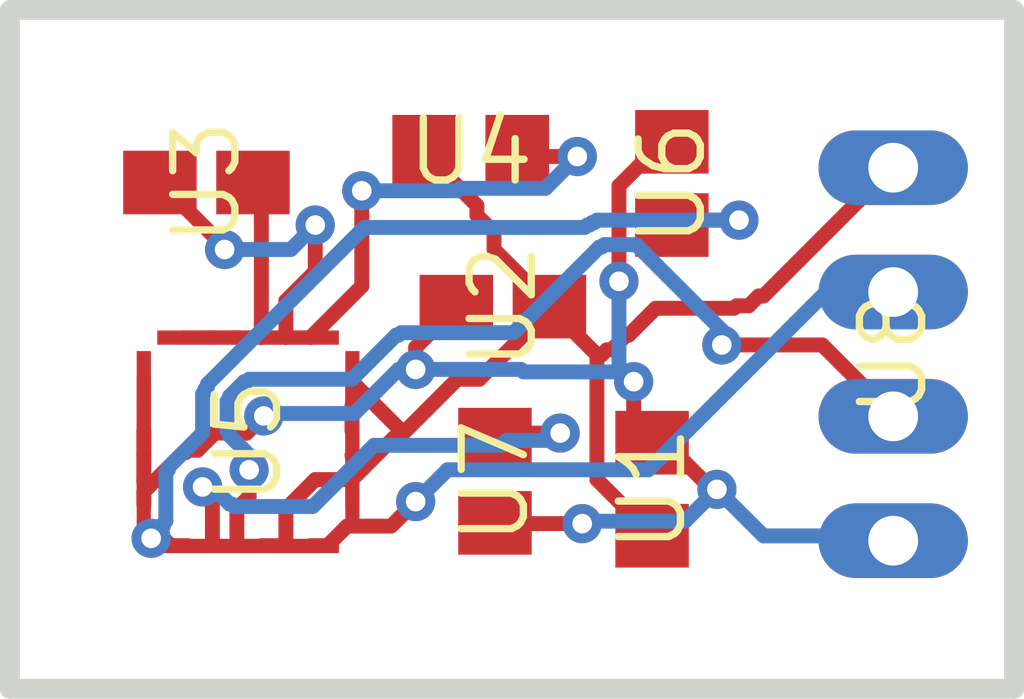
<source format=kicad_pcb>
 ( kicad_pcb  ( version 20171130 )
 ( host pcbnew "(5.1.4)-1" )
 ( general  ( thickness 1.6 )
 ( drawings 4 )
 ( tracks 89 )
 ( zones 0 )
 ( modules 8 )
 ( nets 16 )
)
 ( page A4 )
 ( layers  ( 0 Top signal )
 ( 31 Bottom signal )
 ( 32 B.Adhes user )
 ( 33 F.Adhes user )
 ( 34 B.Paste user )
 ( 35 F.Paste user )
 ( 36 B.SilkS user )
 ( 37 F.SilkS user )
 ( 38 B.Mask user )
 ( 39 F.Mask user )
 ( 40 Dwgs.User user )
 ( 41 Cmts.User user )
 ( 42 Eco1.User user )
 ( 43 Eco2.User user )
 ( 44 Edge.Cuts user )
 ( 45 Margin user )
 ( 46 B.CrtYd user )
 ( 47 F.CrtYd user )
 ( 48 B.Fab user )
 ( 49 F.Fab user )
)
 ( setup  ( last_trace_width 0.3048 )
 ( trace_clearance 0.1524 )
 ( zone_clearance 0.508 )
 ( zone_45_only no )
 ( trace_min 0.2 )
 ( via_size 0.8 )
 ( via_drill 0.4 )
 ( via_min_size 0.4 )
 ( via_min_drill 0.3 )
 ( uvia_size 0.3 )
 ( uvia_drill 0.1 )
 ( uvias_allowed no )
 ( uvia_min_size 0.2 )
 ( uvia_min_drill 0.1 )
 ( edge_width 0.05 )
 ( segment_width 0.2 )
 ( pcb_text_width 0.3 )
 ( pcb_text_size 1.5 1.5 )
 ( mod_edge_width 0.12 )
 ( mod_text_size 1 1 )
 ( mod_text_width 0.15 )
 ( pad_size 1.524 1.524 )
 ( pad_drill 0.762 )
 ( pad_to_mask_clearance 0.051 )
 ( solder_mask_min_width 0.25 )
 ( aux_axis_origin 0 0 )
 ( visible_elements 7FFFFFFF )
 ( pcbplotparams  ( layerselection 0x010fc_ffffffff )
 ( usegerberextensions false )
 ( usegerberattributes false )
 ( usegerberadvancedattributes false )
 ( creategerberjobfile false )
 ( excludeedgelayer true )
 ( linewidth 0.100000 )
 ( plotframeref false )
 ( viasonmask false )
 ( mode 1 )
 ( useauxorigin false )
 ( hpglpennumber 1 )
 ( hpglpenspeed 20 )
 ( hpglpendiameter 15.000000 )
 ( psnegative false )
 ( psa4output false )
 ( plotreference true )
 ( plotvalue true )
 ( plotinvisibletext false )
 ( padsonsilk false )
 ( subtractmaskfromsilk false )
 ( outputformat 1 )
 ( mirror false )
 ( drillshape 1 )
 ( scaleselection 1 )
 ( outputdirectory "" )
)
)
 ( net 0 "" )
 ( net 1 GND )
 ( net 2 VDD )
 ( net 3 /SDA )
 ( net 4 /SCL )
 ( net 5 "Net-(R2-Pad1)" )
 ( net 6 "Net-(R1-Pad1)" )
 ( net 7 "Net-(U1-Pad14)" )
 ( net 8 "Net-(U1-Pad13)" )
 ( net 9 "Net-(U1-Pad12)" )
 ( net 10 "Net-(U1-Pad11)" )
 ( net 11 "Net-(U1-Pad10)" )
 ( net 12 "Net-(C1-Pad1)" )
 ( net 13 "Net-(C1-Pad2)" )
 ( net 14 "Net-(C2-Pad2)" )
 ( net 15 "Net-(U1-Pad1)" )
 ( net_class Default "This is the default net class."  ( clearance 0.1524 )
 ( trace_width 0.3048 )
 ( via_dia 0.8 )
 ( via_drill 0.4 )
 ( uvia_dia 0.3 )
 ( uvia_drill 0.1 )
 ( add_net /SCL )
 ( add_net /SDA )
 ( add_net GND )
 ( add_net "Net-(C1-Pad1)" )
 ( add_net "Net-(C1-Pad2)" )
 ( add_net "Net-(C2-Pad2)" )
 ( add_net "Net-(R1-Pad1)" )
 ( add_net "Net-(R2-Pad1)" )
 ( add_net "Net-(U1-Pad1)" )
 ( add_net "Net-(U1-Pad10)" )
 ( add_net "Net-(U1-Pad11)" )
 ( add_net "Net-(U1-Pad12)" )
 ( add_net "Net-(U1-Pad13)" )
 ( add_net "Net-(U1-Pad14)" )
 ( add_net VDD )
)
 ( module imu:C0805  ( layer Top )
 ( tedit 5DCDEC05 )
 ( tstamp 5DC8EB23 )
 ( at 151.360611 107.860400 270.000000 )
 ( descr <b>CAPACITOR</b><p> )
 ( path /A60240AA )
 ( fp_text reference "U1"  ( at 0 0 270 )
 ( layer F.SilkS )
 ( effects  ( font  ( size 1.27 1.27 )
 ( thickness 0.15 )
)
)
)
 ( fp_text value ""  ( at 0 0 270 )
 ( layer F.SilkS )
 ( effects  ( font  ( size 1.27 1.27 )
 ( thickness 0.15 )
)
)
)
 ( fp_poly  ( pts  ( xy -1.97 -0.98 )
 ( xy 1.97 -0.98 )
 ( xy 1.97 0.98 )
 ( xy -1.97 0.98 )
)
 ( layer F.CrtYd )
 ( width 0.05 )
)
 ( pad 2 smd rect  ( at 0.95 0 270 )
 ( size 1.3 1.5 )
 ( layers Top F.Paste F.Mask )
 ( net 1 GND )
 ( solder_mask_margin 0.1016 )
)
 ( pad 1 smd rect  ( at -0.95 0 270 )
 ( size 1.3 1.5 )
 ( layers Top F.Paste F.Mask )
 ( net 2 VDD )
 ( solder_mask_margin 0.1016 )
)
)
 ( module imu:C0805  ( layer Top )
 ( tedit 5DCDEC05 )
 ( tstamp 5DC8EB31 )
 ( at 148.314563 104.130387 )
 ( descr <b>CAPACITOR</b><p> )
 ( path /C3EA450F )
 ( fp_text reference "U2"  ( at 0 0 270 )
 ( layer F.SilkS )
 ( effects  ( font  ( size 1.27 1.27 )
 ( thickness 0.15 )
)
)
)
 ( fp_text value ""  ( at 0 0 270 )
 ( layer F.SilkS )
 ( effects  ( font  ( size 1.27 1.27 )
 ( thickness 0.15 )
)
)
)
 ( fp_poly  ( pts  ( xy -1.97 -0.98 )
 ( xy 1.97 -0.98 )
 ( xy 1.97 0.98 )
 ( xy -1.97 0.98 )
)
 ( layer F.CrtYd )
 ( width 0.05 )
)
 ( pad 2 smd rect  ( at 0.95 0 270 )
 ( size 1.3 1.5 )
 ( layers Top F.Paste F.Mask )
 ( net 1 GND )
 ( solder_mask_margin 0.1016 )
)
 ( pad 1 smd rect  ( at -0.95 0 270 )
 ( size 1.3 1.5 )
 ( layers Top F.Paste F.Mask )
 ( net 2 VDD )
 ( solder_mask_margin 0.1016 )
)
)
 ( module imu:C0805  ( layer Top )
 ( tedit 5DCDEC05 )
 ( tstamp 5DC8EB3F )
 ( at 142.263600 101.595174 180.000000 )
 ( descr <b>CAPACITOR</b><p> )
 ( path /7A0BA227 )
 ( fp_text reference "U3"  ( at 0 0 90 )
 ( layer F.SilkS )
 ( effects  ( font  ( size 1.27 1.27 )
 ( thickness 0.15 )
)
)
)
 ( fp_text value ""  ( at 0 0 90 )
 ( layer F.SilkS )
 ( effects  ( font  ( size 1.27 1.27 )
 ( thickness 0.15 )
)
)
)
 ( fp_poly  ( pts  ( xy -1.97 -0.98 )
 ( xy 1.97 -0.98 )
 ( xy 1.97 0.98 )
 ( xy -1.97 0.98 )
)
 ( layer F.CrtYd )
 ( width 0.05 )
)
 ( pad 2 smd rect  ( at 0.95 0 90 )
 ( size 1.3 1.5 )
 ( layers Top F.Paste F.Mask )
 ( net 13 "Net-(C1-Pad2)" )
 ( solder_mask_margin 0.1016 )
)
 ( pad 1 smd rect  ( at -0.95 0 90 )
 ( size 1.3 1.5 )
 ( layers Top F.Paste F.Mask )
 ( net 12 "Net-(C1-Pad1)" )
 ( solder_mask_margin 0.1016 )
)
)
 ( module imu:C0805  ( layer Top )
 ( tedit 5DCDEC05 )
 ( tstamp 5DC8EB4D )
 ( at 147.658276 100.963400 )
 ( descr <b>CAPACITOR</b><p> )
 ( path /39D9FF9F )
 ( fp_text reference "U4"  ( at 0 0 180 )
 ( layer F.SilkS )
 ( effects  ( font  ( size 1.27 1.27 )
 ( thickness 0.15 )
)
)
)
 ( fp_text value ""  ( at 0 0 180 )
 ( layer F.SilkS )
 ( effects  ( font  ( size 1.27 1.27 )
 ( thickness 0.15 )
)
)
)
 ( fp_poly  ( pts  ( xy -1.97 -0.98 )
 ( xy 1.97 -0.98 )
 ( xy 1.97 0.98 )
 ( xy -1.97 0.98 )
)
 ( layer F.CrtYd )
 ( width 0.05 )
)
 ( pad 2 smd rect  ( at 0.95 0 180 )
 ( size 1.3 1.5 )
 ( layers Top F.Paste F.Mask )
 ( net 14 "Net-(C2-Pad2)" )
 ( solder_mask_margin 0.1016 )
)
 ( pad 1 smd rect  ( at -0.95 0 180 )
 ( size 1.3 1.5 )
 ( layers Top F.Paste F.Mask )
 ( net 1 GND )
 ( solder_mask_margin 0.1016 )
)
)
 ( module imu:LGA-24  ( layer Top )
 ( tedit 5DCDEC7A )
 ( tstamp 5DC8EAD5 )
 ( at 143.113600 106.891900 180.000000 )
 ( descr "<h3>LGA 4x4x1 mm 24-lead</h3>\n<ul><li>0.5mm pitch</li>\n<li>Pads are 0.35x0.2 mm square</li>\n</ul>\n<p>This package is used for:<p>\n<ul><li>ST Micro LSM9DS0 3D accel/gyro/mag</li></ul>" )
 ( path /94FABF20 )
 ( fp_text reference "U5"  ( at 0 0 270 )
 ( layer F.SilkS )
 ( effects  ( font  ( size 1.27 1.27 )
 ( thickness 0.15 )
)
)
)
 ( fp_text value ""  ( at 0 0 270 )
 ( layer F.SilkS )
 ( effects  ( font  ( size 1.27 1.27 )
 ( thickness 0.15 )
)
)
)
 ( fp_poly  ( pts  ( xy -3 -3 )
 ( xy 3 -3 )
 ( xy 3 3 )
 ( xy -3 3 )
)
 ( layer F.CrtYd )
 ( width 0.1 )
)
 ( pad 24 smd rect  ( at -1.25 -2.129 270 )
 ( size 0.29 1.208 )
 ( layers Top F.Paste F.Mask )
 ( net 3 /SDA )
 ( solder_mask_margin 0.1016 )
)
 ( pad 23 smd rect  ( at -0.75 -2.129 270 )
 ( size 0.29 1.208 )
 ( layers Top F.Paste F.Mask )
 ( net 1 GND )
 ( solder_mask_margin 0.1016 )
)
 ( pad 22 smd rect  ( at -0.25 -2.129 270 )
 ( size 0.29 1.208 )
 ( layers Top F.Paste F.Mask )
 ( net 1 GND )
 ( solder_mask_margin 0.1016 )
)
 ( pad 21 smd rect  ( at 0.25 -2.129 270 )
 ( size 0.29 1.208 )
 ( layers Top F.Paste F.Mask )
 ( net 4 /SCL )
 ( solder_mask_margin 0.1016 )
)
 ( pad 20 smd rect  ( at 0.75 -2.129 270 )
 ( size 0.29 1.208 )
 ( layers Top F.Paste F.Mask )
 ( net 5 "Net-(R2-Pad1)" )
 ( solder_mask_margin 0.1016 )
)
 ( pad 19 smd rect  ( at 1.25 -2.129 270 )
 ( size 0.29 1.208 )
 ( layers Top F.Paste F.Mask )
 ( net 6 "Net-(R1-Pad1)" )
 ( solder_mask_margin 0.1016 )
)
 ( pad 18 smd rect  ( at 2.129 -1.25 180 )
 ( size 0.29 1.208 )
 ( layers Top F.Paste F.Mask )
 ( net 2 VDD )
 ( solder_mask_margin 0.1016 )
)
 ( pad 17 smd rect  ( at 2.129 -0.75 180 )
 ( size 0.29 1.208 )
 ( layers Top F.Paste F.Mask )
 ( net 2 VDD )
 ( solder_mask_margin 0.1016 )
)
 ( pad 16 smd rect  ( at 2.129 -0.25 180 )
 ( size 0.29 1.208 )
 ( layers Top F.Paste F.Mask )
 ( net 2 VDD )
 ( solder_mask_margin 0.1016 )
)
 ( pad 15 smd rect  ( at 2.129 0.25 180 )
 ( size 0.29 1.208 )
 ( layers Top F.Paste F.Mask )
 ( net 2 VDD )
 ( solder_mask_margin 0.1016 )
)
 ( pad 14 smd rect  ( at 2.129 0.75 180 )
 ( size 0.29 1.208 )
 ( layers Top F.Paste F.Mask )
 ( net 7 "Net-(U1-Pad14)" )
 ( solder_mask_margin 0.1016 )
)
 ( pad 13 smd rect  ( at 2.129 1.25 180 )
 ( size 0.29 1.208 )
 ( layers Top F.Paste F.Mask )
 ( net 8 "Net-(U1-Pad13)" )
 ( solder_mask_margin 0.1016 )
)
 ( pad 12 smd rect  ( at 1.25 2.129 90 )
 ( size 0.29 1.208 )
 ( layers Top F.Paste F.Mask )
 ( net 9 "Net-(U1-Pad12)" )
 ( solder_mask_margin 0.1016 )
)
 ( pad 11 smd rect  ( at 0.75 2.129 90 )
 ( size 0.29 1.208 )
 ( layers Top F.Paste F.Mask )
 ( net 10 "Net-(U1-Pad11)" )
 ( solder_mask_margin 0.1016 )
)
 ( pad 10 smd rect  ( at 0.25 2.129 90 )
 ( size 0.29 1.208 )
 ( layers Top F.Paste F.Mask )
 ( net 11 "Net-(U1-Pad10)" )
 ( solder_mask_margin 0.1016 )
)
 ( pad 9 smd rect  ( at -0.25 2.129 90 )
 ( size 0.29 1.208 )
 ( layers Top F.Paste F.Mask )
 ( net 12 "Net-(C1-Pad1)" )
 ( solder_mask_margin 0.1016 )
)
 ( pad 8 smd rect  ( at -0.75 2.129 90 )
 ( size 0.29 1.208 )
 ( layers Top F.Paste F.Mask )
 ( net 13 "Net-(C1-Pad2)" )
 ( solder_mask_margin 0.1016 )
)
 ( pad 7 smd rect  ( at -1.25 2.129 90 )
 ( size 0.29 1.208 )
 ( layers Top F.Paste F.Mask )
 ( net 14 "Net-(C2-Pad2)" )
 ( solder_mask_margin 0.1016 )
)
 ( pad 6 smd rect  ( at -2.129 1.25 )
 ( size 0.29 1.208 )
 ( layers Top F.Paste F.Mask )
 ( net 1 GND )
 ( solder_mask_margin 0.1016 )
)
 ( pad 5 smd rect  ( at -2.129 0.75 )
 ( size 0.29 1.208 )
 ( layers Top F.Paste F.Mask )
 ( net 1 GND )
 ( solder_mask_margin 0.1016 )
)
 ( pad 4 smd rect  ( at -2.129 0.25 )
 ( size 0.29 1.208 )
 ( layers Top F.Paste F.Mask )
 ( net 1 GND )
 ( solder_mask_margin 0.1016 )
)
 ( pad 3 smd rect  ( at -2.129 -0.25 )
 ( size 0.29 1.208 )
 ( layers Top F.Paste F.Mask )
 ( net 1 GND )
 ( solder_mask_margin 0.1016 )
)
 ( pad 2 smd rect  ( at -2.129 -0.75 )
 ( size 0.29 1.208 )
 ( layers Top F.Paste F.Mask )
 ( net 1 GND )
 ( solder_mask_margin 0.1016 )
)
 ( pad 1 smd rect  ( at -2.129 -1.25 )
 ( size 0.29 1.208 )
 ( layers Top F.Paste F.Mask )
 ( net 15 "Net-(U1-Pad1)" )
 ( solder_mask_margin 0.1016 )
)
)
 ( module imu:R0805  ( layer Top )
 ( tedit 5DCDEBD1 )
 ( tstamp 5DC8EB5B )
 ( at 151.764946 101.613400 90.000000 )
 ( descr "<b>RESISTOR</b><p>\nchip" )
 ( path /5FC72806 )
 ( fp_text reference "U6"  ( at 0 0 270 )
 ( layer F.SilkS )
 ( effects  ( font  ( size 1.27 1.27 )
 ( thickness 0.15 )
)
)
)
 ( fp_text value ""  ( at 0 0 270 )
 ( layer F.SilkS )
 ( effects  ( font  ( size 1.27 1.27 )
 ( thickness 0.15 )
)
)
)
 ( fp_poly  ( pts  ( xy -2 -1 )
 ( xy 2 -1 )
 ( xy 2 1 )
 ( xy -2 1 )
)
 ( layer F.CrtYd )
 ( width 0.1 )
)
 ( pad 2 smd rect  ( at 0.85 0 270 )
 ( size 1.3 1.5 )
 ( layers Top F.Paste F.Mask )
 ( net 2 VDD )
 ( solder_mask_margin 0.1016 )
)
 ( pad 1 smd rect  ( at -0.85 0 270 )
 ( size 1.3 1.5 )
 ( layers Top F.Paste F.Mask )
 ( net 6 "Net-(R1-Pad1)" )
 ( solder_mask_margin 0.1016 )
)
)
 ( module imu:R0805  ( layer Top )
 ( tedit 5DCDEBD1 )
 ( tstamp 5DC8EB69 )
 ( at 148.153410 107.697924 270.000000 )
 ( descr "<b>RESISTOR</b><p>\nchip" )
 ( path /8EFFCFBB )
 ( fp_text reference "U7"  ( at 0 0 270 )
 ( layer F.SilkS )
 ( effects  ( font  ( size 1.27 1.27 )
 ( thickness 0.15 )
)
)
)
 ( fp_text value ""  ( at 0 0 270 )
 ( layer F.SilkS )
 ( effects  ( font  ( size 1.27 1.27 )
 ( thickness 0.15 )
)
)
)
 ( fp_poly  ( pts  ( xy -2 -1 )
 ( xy 2 -1 )
 ( xy 2 1 )
 ( xy -2 1 )
)
 ( layer F.CrtYd )
 ( width 0.1 )
)
 ( pad 2 smd rect  ( at 0.85 0 270 )
 ( size 1.3 1.5 )
 ( layers Top F.Paste F.Mask )
 ( net 2 VDD )
 ( solder_mask_margin 0.1016 )
)
 ( pad 1 smd rect  ( at -0.85 0 270 )
 ( size 1.3 1.5 )
 ( layers Top F.Paste F.Mask )
 ( net 5 "Net-(R2-Pad1)" )
 ( solder_mask_margin 0.1016 )
)
)
 ( module imu:MA04-1 locked  ( layer Top )
 ( tedit 5DCDED3B )
 ( tstamp 5DC8EB77 )
 ( at 156.283000 105.102000 90.000000 )
 ( descr "<b>PIN HEADER</b>" )
 ( path /4C9F70DA )
 ( fp_text reference "U8"  ( at 0 0 90 )
 ( layer F.SilkS )
 ( effects  ( font  ( size 1.27 1.27 )
 ( thickness 0.15 )
)
)
)
 ( fp_text value ""  ( at 0 0 90 )
 ( layer F.SilkS )
 ( effects  ( font  ( size 1.27 1.27 )
 ( thickness 0.15 )
)
)
)
 ( fp_poly  ( pts  ( xy -5 -1.75 )
 ( xy 5 -1.75 )
 ( xy 5 1.75 )
 ( xy -5 1.75 )
)
 ( layer F.CrtYd )
 ( width 0.1 )
)
 ( fp_poly  ( pts  ( xy -5 -1.75 )
 ( xy 5 -1.75 )
 ( xy 5 1.75 )
 ( xy -5 1.75 )
)
 ( layer B.CrtYd )
 ( width 0.1 )
)
 ( pad 1 thru_hole oval  ( at -3.81 0 180 )
 ( size 3.048 1.524 )
 ( drill 1.016 )
 ( layers *.Cu *.Mask )
 ( net 2 VDD )
 ( solder_mask_margin 0.1016 )
)
 ( pad 2 thru_hole oval  ( at -1.27 0 180 )
 ( size 3.048 1.524 )
 ( drill 1.016 )
 ( layers *.Cu *.Mask )
 ( net 4 /SCL )
 ( solder_mask_margin 0.1016 )
)
 ( pad 3 thru_hole oval  ( at 1.27 0 180 )
 ( size 3.048 1.524 )
 ( drill 1.016 )
 ( layers *.Cu *.Mask )
 ( net 3 /SDA )
 ( solder_mask_margin 0.1016 )
)
 ( pad 4 thru_hole oval  ( at 3.81 0 180 )
 ( size 3.048 1.524 )
 ( drill 1.016 )
 ( layers *.Cu *.Mask )
 ( net 1 GND )
 ( solder_mask_margin 0.1016 )
)
)
 ( gr_line  ( start 138.2522 111.9378 )
 ( end 138.2522 98.0694 )
 ( layer Edge.Cuts )
 ( width 0.4064 )
 ( tstamp 1CAD9470 )
)
 ( gr_line  ( start 138.2522 98.0694 )
 ( end 158.75 98.0694 )
 ( layer Edge.Cuts )
 ( width 0.4064 )
 ( tstamp 1CAD8750 )
)
 ( gr_line  ( start 158.75 98.0694 )
 ( end 158.75 111.9378 )
 ( layer Edge.Cuts )
 ( width 0.4064 )
 ( tstamp 1CAD8CF0 )
)
 ( gr_line  ( start 158.75 111.9378 )
 ( end 138.2522 111.9378 )
 ( layer Edge.Cuts )
 ( width 0.4064 )
 ( tstamp 1CAD9BF0 )
)
 ( segment  ( start 149.284602 104.113402 )
 ( end 149.284602 104.163402 )
 ( width 0.304800 )
 ( layer Top )
 ( net 1 )
)
 ( segment  ( start 149.284602 104.163402 )
 ( end 150.234602 105.113402 )
 ( width 0.304800 )
 ( layer Top )
 ( net 1 )
)
 ( segment  ( start 150.234602 105.113402 )
 ( end 150.234602 107.663402 )
 ( width 0.304800 )
 ( layer Top )
 ( net 1 )
)
 ( segment  ( start 150.234602 107.663402 )
 ( end 151.384602 108.813402 )
 ( width 0.304800 )
 ( layer Top )
 ( net 1 )
)
 ( segment  ( start 146.684602 100.963402 )
 ( end 147.784602 102.063402 )
 ( width 0.304800 )
 ( layer Top )
 ( net 1 )
)
 ( segment  ( start 147.784602 102.063402 )
 ( end 147.784602 102.263402 )
 ( width 0.304800 )
 ( layer Top )
 ( net 1 )
)
 ( segment  ( start 147.784602 102.263402 )
 ( end 148.134602 102.613402 )
 ( width 0.304800 )
 ( layer Top )
 ( net 1 )
)
 ( segment  ( start 148.134602 102.613402 )
 ( end 148.134602 102.963402 )
 ( width 0.304800 )
 ( layer Top )
 ( net 1 )
)
 ( segment  ( start 148.134602 102.963402 )
 ( end 149.284602 104.113402 )
 ( width 0.304800 )
 ( layer Top )
 ( net 1 )
)
 ( segment  ( start 143.884602 109.013402 )
 ( end 143.884602 108.263402 )
 ( width 0.304800 )
 ( layer Top )
 ( net 1 )
)
 ( segment  ( start 143.884602 108.263402 )
 ( end 144.484602 107.663402 )
 ( width 0.304800 )
 ( layer Top )
 ( net 1 )
)
 ( segment  ( start 144.484602 107.663402 )
 ( end 145.234602 107.663402 )
 ( width 0.304800 )
 ( layer Top )
 ( net 1 )
)
 ( segment  ( start 145.234602 107.663402 )
 ( end 146.084602 106.813402 )
 ( width 0.304800 )
 ( layer Top )
 ( net 1 )
)
 ( segment  ( start 146.084602 106.813402 )
 ( end 146.184602 106.813402 )
 ( width 0.304800 )
 ( layer Top )
 ( net 1 )
)
 ( segment  ( start 146.184602 106.813402 )
 ( end 147.384602 105.613402 )
 ( width 0.304800 )
 ( layer Top )
 ( net 1 )
)
 ( segment  ( start 147.384602 105.613402 )
 ( end 147.834602 105.613402 )
 ( width 0.304800 )
 ( layer Top )
 ( net 1 )
)
 ( segment  ( start 147.834602 105.613402 )
 ( end 149.284602 104.163402 )
 ( width 0.304800 )
 ( layer Top )
 ( net 1 )
)
 ( segment  ( start 143.384602 109.013402 )
 ( end 143.884602 109.013402 )
 ( width 0.304800 )
 ( layer Top )
 ( net 1 )
)
 ( segment  ( start 145.234602 105.663402 )
 ( end 146.284602 106.713402 )
 ( width 0.304800 )
 ( layer Top )
 ( net 1 )
)
 ( segment  ( start 145.234602 106.163402 )
 ( end 145.484602 105.913402 )
 ( width 0.304800 )
 ( layer Top )
 ( net 1 )
)
 ( segment  ( start 145.234602 106.663402 )
 ( end 145.234602 106.163402 )
 ( width 0.304800 )
 ( layer Top )
 ( net 1 )
)
 ( segment  ( start 145.234602 107.163402 )
 ( end 145.484602 107.413402 )
 ( width 0.304800 )
 ( layer Top )
 ( net 1 )
)
 ( segment  ( start 156.284602 101.313402 )
 ( end 156.234602 101.313402 )
 ( width 0.304800 )
 ( layer Top )
 ( net 1 )
)
 ( segment  ( start 156.234602 101.313402 )
 ( end 153.634602 103.913402 )
 ( width 0.304800 )
 ( layer Top )
 ( net 1 )
)
 ( segment  ( start 153.634602 103.913402 )
 ( end 153.534602 103.913402 )
 ( width 0.304800 )
 ( layer Top )
 ( net 1 )
)
 ( segment  ( start 153.534602 103.913402 )
 ( end 153.334602 104.113402 )
 ( width 0.304800 )
 ( layer Top )
 ( net 1 )
)
 ( segment  ( start 153.334602 104.113402 )
 ( end 153.084602 104.113402 )
 ( width 0.304800 )
 ( layer Top )
 ( net 1 )
)
 ( segment  ( start 153.084602 104.113402 )
 ( end 153.034602 104.163402 )
 ( width 0.304800 )
 ( layer Top )
 ( net 1 )
)
 ( segment  ( start 153.034602 104.163402 )
 ( end 151.434602 104.163402 )
 ( width 0.304800 )
 ( layer Top )
 ( net 1 )
)
 ( segment  ( start 151.434602 104.163402 )
 ( end 150.884602 104.713402 )
 ( width 0.304800 )
 ( layer Top )
 ( net 1 )
)
 ( segment  ( start 150.884602 104.713402 )
 ( end 150.834602 104.713402 )
 ( width 0.304800 )
 ( layer Top )
 ( net 1 )
)
 ( segment  ( start 150.834602 104.713402 )
 ( end 150.534602 105.013402 )
 ( width 0.304800 )
 ( layer Top )
 ( net 1 )
)
 ( segment  ( start 150.534602 105.013402 )
 ( end 150.434602 105.013402 )
 ( width 0.304800 )
 ( layer Top )
 ( net 1 )
)
 ( segment  ( start 150.434602 105.013402 )
 ( end 150.334602 105.113402 )
 ( width 0.304800 )
 ( layer Top )
 ( net 1 )
)
 ( segment  ( start 150.334602 105.113402 )
 ( end 150.234602 105.113402 )
 ( width 0.304800 )
 ( layer Top )
 ( net 1 )
)
 ( segment  ( start 147.384602 104.113402 )
 ( end 146.534602 104.963402 )
 ( width 0.304800 )
 ( layer Top )
 ( net 2 )
)
 ( segment  ( start 146.534602 104.963402 )
 ( end 146.534602 105.413402 )
 ( width 0.304800 )
 ( layer Top )
 ( net 2 )
)
 ( segment  ( start 146.534602 105.413402 )
 ( end 148.684602 105.413402 )
 ( width 0.304800 )
 ( layer Bottom )
 ( net 2 )
)
 ( segment  ( start 148.684602 105.413402 )
 ( end 148.734602 105.463402 )
 ( width 0.304800 )
 ( layer Bottom )
 ( net 2 )
)
 ( segment  ( start 148.734602 105.463402 )
 ( end 150.784602 105.463402 )
 ( width 0.304800 )
 ( layer Bottom )
 ( net 2 )
)
 ( segment  ( start 150.784602 105.463402 )
 ( end 150.984602 105.663402 )
 ( width 0.304800 )
 ( layer Bottom )
 ( net 2 )
)
 ( segment  ( start 150.984602 105.663402 )
 ( end 150.984602 106.363402 )
 ( width 0.304800 )
 ( layer Top )
 ( net 2 )
)
 ( segment  ( start 150.984602 106.363402 )
 ( end 151.234602 106.613402 )
 ( width 0.304800 )
 ( layer Top )
 ( net 2 )
)
 ( segment  ( start 151.234602 106.613402 )
 ( end 151.234602 106.763402 )
 ( width 0.304800 )
 ( layer Top )
 ( net 2 )
)
 ( segment  ( start 151.234602 106.763402 )
 ( end 151.384602 106.913402 )
 ( width 0.304800 )
 ( layer Top )
 ( net 2 )
)
 ( segment  ( start 140.984602 108.163402 )
 ( end 140.984602 107.913402 )
 ( width 0.304800 )
 ( layer Top )
 ( net 2 )
)
 ( segment  ( start 140.984602 107.913402 )
 ( end 141.784602 107.113402 )
 ( width 0.304800 )
 ( layer Top )
 ( net 2 )
)
 ( segment  ( start 141.784602 107.113402 )
 ( end 141.834602 107.113402 )
 ( width 0.304800 )
 ( layer Top )
 ( net 2 )
)
 ( segment  ( start 141.834602 107.113402 )
 ( end 141.884602 107.063402 )
 ( width 0.304800 )
 ( layer Top )
 ( net 2 )
)
 ( segment  ( start 141.884602 107.063402 )
 ( end 142.084602 107.063402 )
 ( width 0.304800 )
 ( layer Top )
 ( net 2 )
)
 ( segment  ( start 142.084602 107.063402 )
 ( end 142.434602 106.713402 )
 ( width 0.304800 )
 ( layer Top )
 ( net 2 )
)
 ( segment  ( start 142.434602 106.713402 )
 ( end 143.084602 106.713402 )
 ( width 0.304800 )
 ( layer Top )
 ( net 2 )
)
 ( segment  ( start 143.084602 106.713402 )
 ( end 143.434602 106.363402 )
 ( width 0.304800 )
 ( layer Top )
 ( net 2 )
)
 ( segment  ( start 143.434602 106.363402 )
 ( end 143.684602 106.363402 )
 ( width 0.304800 )
 ( layer Bottom )
 ( net 2 )
)
 ( segment  ( start 143.684602 106.363402 )
 ( end 143.734602 106.313402 )
 ( width 0.304800 )
 ( layer Bottom )
 ( net 2 )
)
 ( segment  ( start 143.734602 106.313402 )
 ( end 145.284602 106.313402 )
 ( width 0.304800 )
 ( layer Bottom )
 ( net 2 )
)
 ( segment  ( start 145.284602 106.313402 )
 ( end 146.184602 105.413402 )
 ( width 0.304800 )
 ( layer Bottom )
 ( net 2 )
)
 ( segment  ( start 146.184602 105.413402 )
 ( end 146.534602 105.413402 )
 ( width 0.304800 )
 ( layer Bottom )
 ( net 2 )
)
 ( segment  ( start 140.984602 107.663402 )
 ( end 140.984602 107.713402 )
 ( width 0.304800 )
 ( layer Top )
 ( net 2 )
)
 ( segment  ( start 140.984602 107.713402 )
 ( end 141.084602 107.813402 )
 ( width 0.304800 )
 ( layer Top )
 ( net 2 )
)
 ( segment  ( start 140.984602 107.163402 )
 ( end 140.984602 107.663402 )
 ( width 0.304800 )
 ( layer Top )
 ( net 2 )
)
 ( segment  ( start 140.984602 106.663402 )
 ( end 140.984602 107.163402 )
 ( width 0.304800 )
 ( layer Top )
 ( net 2 )
)
 ( segment  ( start 151.784602 100.763402 )
 ( end 151.584602 100.763402 )
 ( width 0.304800 )
 ( layer Top )
 ( net 2 )
)
 ( segment  ( start 151.584602 100.763402 )
 ( end 150.684602 101.663402 )
 ( width 0.304800 )
 ( layer Top )
 ( net 2 )
)
 ( segment  ( start 150.684602 101.663402 )
 ( end 150.684602 103.613402 )
 ( width 0.304800 )
 ( layer Top )
 ( net 2 )
)
 ( segment  ( start 150.684602 103.613402 )
 ( end 150.684602 105.463402 )
 ( width 0.304800 )
 ( layer Bottom )
 ( net 2 )
)
 ( segment  ( start 148.134602 108.563402 )
 ( end 149.934602 108.563402 )
 ( width 0.304800 )
 ( layer Top )
 ( net 2 )
)
 ( segment  ( start 149.934602 108.563402 )
 ( end 149.984602 108.513402 )
 ( width 0.304800 )
 ( layer Bottom )
 ( net 2 )
)
 ( segment  ( start 149.984602 108.513402 )
 ( end 152.034602 108.513402 )
 ( width 0.304800 )
 ( layer Bottom )
 ( net 2 )
)
 ( segment  ( start 152.034602 108.513402 )
 ( end 152.684602 107.863402 )
 ( width 0.304800 )
 ( layer Bottom )
 ( net 2 )
)
 ( segment  ( start 152.684602 107.863402 )
 ( end 152.584602 107.863402 )
 ( width 0.304800 )
 ( layer Top )
 ( net 2 )
)
 ( segment  ( start 152.584602 107.863402 )
 ( end 152.034602 107.313402 )
 ( width 0.304800 )
 ( layer Top )
 ( net 2 )
)
 ( segment  ( start 152.034602 107.313402 )
 ( end 151.934602 107.313402 )
 ( width 0.304800 )
 ( layer Top )
 ( net 2 )
)
 ( segment  ( start 151.934602 107.313402 )
 ( end 151.684602 107.063402 )
 ( width 0.304800 )
 ( layer Top )
 ( net 2 )
)
 ( segment  ( start 151.684602 107.063402 )
 ( end 151.534602 107.063402 )
 ( width 0.304800 )
 ( layer Top )
 ( net 2 )
)
 ( segment  ( start 151.534602 107.063402 )
 ( end 151.384602 106.913402 )
 ( width 0.304800 )
 ( layer Top )
 ( net 2 )
)
 ( segment  ( start 156.284602 108.913402 )
 ( end 156.234602 108.863402 )
 ( width 0.304800 )
 ( layer Bottom )
 ( net 2 )
)
 ( segment  ( start 156.234602 108.863402 )
 ( end 155.534602 108.863402 )
 ( width 0.304800 )
 ( layer Bottom )
 ( net 2 )
)
 ( segment  ( start 155.534602 108.863402 )
 ( end 155.484602 108.813402 )
 ( width 0.304800 )
 ( layer Bottom )
 ( net 2 )
)
 ( segment  ( start 155.484602 108.813402 )
 ( end 153.634602 108.813402 )
 ( width 0.304800 )
 ( layer Bottom )
 ( net 2 )
)
 ( segment  ( start 153.634602 108.813402 )
 ( end 152.684602 107.863402 )
 ( width 0.304800 )
 ( layer Bottom )
 ( net 2 )
)
 ( via  ( at 146.534602 105.413402 )
 ( size 0.800000 )
 ( layers Top Bottom )
 ( net 2 )
)
 ( via  ( at 150.984602 105.663402 )
 ( size 0.800000 )
 ( layers Top Bottom )
 ( net 2 )
)
 ( via  ( at 143.434602 106.363402 )
 ( size 0.800000 )
 ( layers Top Bottom )
 ( net 2 )
)
 ( via  ( at 150.684602 103.613402 )
 ( size 0.800000 )
 ( layers Top Bottom )
 ( net 2 )
)
 ( via  ( at 149.934602 108.563402 )
 ( size 0.800000 )
 ( layers Top Bottom )
 ( net 2 )
)
 ( via  ( at 152.684602 107.863402 )
 ( size 0.800000 )
 ( layers Top Bottom )
 ( net 2 )
)
 ( segment  ( start 156.284602 103.813402 )
 ( end 154.934602 103.813402 )
 ( width 0.304800 )
 ( layer Bottom )
 ( net 3 )
)
 ( segment  ( start 154.934602 103.813402 )
 ( end 151.284602 107.463402 )
 ( width 0.304800 )
 ( layer Bottom )
 ( net 3 )
)
 ( segment  ( start 151.284602 107.463402 )
 ( end 147.184602 107.463402 )
 ( width 0.304800 )
 ( layer Bottom )
 ( net 3 )
)
 ( segment  ( start 147.184602 107.463402 )
 ( end 146.534602 108.113402 )
 ( width 0.304800 )
 ( layer Bottom )
 ( net 3 )
)
 ( segment  ( start 146.534602 108.113402 )
 ( end 146.034602 108.613402 )
 ( width 0.304800 )
 ( layer Top )
 ( net 3 )
)
 ( segment  ( start 146.034602 108.613402 )
 ( end 145.134602 108.613402 )
 ( width 0.304800 )
 ( layer Top )
 ( net 3 )
)
 ( segment  ( start 145.134602 108.613402 )
 ( end 144.734602 109.013402 )
 ( width 0.304800 )
 ( layer Top )
 ( net 3 )
)
 ( segment  ( start 144.734602 109.013402 )
 ( end 144.384602 109.013402 )
 ( width 0.304800 )
 ( layer Top )
 ( net 3 )
)
 ( via  ( at 146.534602 108.113402 )
 ( size 0.800000 )
 ( layers Top Bottom )
 ( net 3 )
)
 ( segment  ( start 156.284602 106.363402 )
 ( end 154.834602 104.913402 )
 ( width 0.304800 )
 ( layer Top )
 ( net 4 )
)
 ( segment  ( start 154.834602 104.913402 )
 ( end 152.784602 104.913402 )
 ( width 0.304800 )
 ( layer Top )
 ( net 4 )
)
 ( segment  ( start 152.784602 104.913402 )
 ( end 152.784602 104.613402 )
 ( width 0.304800 )
 ( layer Bottom )
 ( net 4 )
)
 ( segment  ( start 152.784602 104.613402 )
 ( end 151.034602 102.863402 )
 ( width 0.304800 )
 ( layer Bottom )
 ( net 4 )
)
 ( segment  ( start 151.034602 102.863402 )
 ( end 150.384602 102.863402 )
 ( width 0.304800 )
 ( layer Bottom )
 ( net 4 )
)
 ( segment  ( start 150.384602 102.863402 )
 ( end 150.334602 102.913402 )
 ( width 0.304800 )
 ( layer Bottom )
 ( net 4 )
)
 ( segment  ( start 150.334602 102.913402 )
 ( end 150.284602 102.913402 )
 ( width 0.304800 )
 ( layer Bottom )
 ( net 4 )
)
 ( segment  ( start 150.284602 102.913402 )
 ( end 148.534602 104.663402 )
 ( width 0.304800 )
 ( layer Bottom )
 ( net 4 )
)
 ( segment  ( start 148.534602 104.663402 )
 ( end 146.234602 104.663402 )
 ( width 0.304800 )
 ( layer Bottom )
 ( net 4 )
)
 ( segment  ( start 146.234602 104.663402 )
 ( end 146.184602 104.713402 )
 ( width 0.304800 )
 ( layer Bottom )
 ( net 4 )
)
 ( segment  ( start 146.184602 104.713402 )
 ( end 146.134602 104.713402 )
 ( width 0.304800 )
 ( layer Bottom )
 ( net 4 )
)
 ( segment  ( start 146.134602 104.713402 )
 ( end 145.234602 105.613402 )
 ( width 0.304800 )
 ( layer Bottom )
 ( net 4 )
)
 ( segment  ( start 145.234602 105.613402 )
 ( end 143.134602 105.613402 )
 ( width 0.304800 )
 ( layer Bottom )
 ( net 4 )
)
 ( segment  ( start 143.134602 105.613402 )
 ( end 143.084602 105.663402 )
 ( width 0.304800 )
 ( layer Bottom )
 ( net 4 )
)
 ( segment  ( start 143.084602 105.663402 )
 ( end 143.034602 105.663402 )
 ( width 0.304800 )
 ( layer Bottom )
 ( net 4 )
)
 ( segment  ( start 143.034602 105.663402 )
 ( end 142.734602 105.963402 )
 ( width 0.304800 )
 ( layer Bottom )
 ( net 4 )
)
 ( segment  ( start 142.734602 105.963402 )
 ( end 142.734602 106.013402 )
 ( width 0.304800 )
 ( layer Bottom )
 ( net 4 )
)
 ( segment  ( start 142.734602 106.013402 )
 ( end 142.684602 106.063402 )
 ( width 0.304800 )
 ( layer Bottom )
 ( net 4 )
)
 ( segment  ( start 142.684602 106.063402 )
 ( end 142.684602 106.663402 )
 ( width 0.304800 )
 ( layer Bottom )
 ( net 4 )
)
 ( segment  ( start 142.684602 106.663402 )
 ( end 142.734602 106.713402 )
 ( width 0.304800 )
 ( layer Bottom )
 ( net 4 )
)
 ( segment  ( start 142.734602 106.713402 )
 ( end 142.734602 106.763402 )
 ( width 0.304800 )
 ( layer Bottom )
 ( net 4 )
)
 ( segment  ( start 142.734602 106.763402 )
 ( end 143.134602 107.163402 )
 ( width 0.304800 )
 ( layer Bottom )
 ( net 4 )
)
 ( segment  ( start 143.134602 107.163402 )
 ( end 143.134602 107.463402 )
 ( width 0.304800 )
 ( layer Bottom )
 ( net 4 )
)
 ( segment  ( start 143.134602 107.463402 )
 ( end 143.134602 108.013402 )
 ( width 0.304800 )
 ( layer Top )
 ( net 4 )
)
 ( segment  ( start 143.134602 108.013402 )
 ( end 142.884602 108.263402 )
 ( width 0.304800 )
 ( layer Top )
 ( net 4 )
)
 ( segment  ( start 142.884602 108.263402 )
 ( end 142.884602 109.013402 )
 ( width 0.304800 )
 ( layer Top )
 ( net 4 )
)
 ( via  ( at 152.784602 104.913402 )
 ( size 0.800000 )
 ( layers Top Bottom )
 ( net 4 )
)
 ( via  ( at 143.134602 107.463402 )
 ( size 0.800000 )
 ( layers Top Bottom )
 ( net 4 )
)
 ( segment  ( start 148.134602 106.863402 )
 ( end 148.284602 106.713402 )
 ( width 0.304800 )
 ( layer Top )
 ( net 5 )
)
 ( segment  ( start 148.284602 106.713402 )
 ( end 149.484602 106.713402 )
 ( width 0.304800 )
 ( layer Top )
 ( net 5 )
)
 ( segment  ( start 149.484602 106.713402 )
 ( end 149.334602 106.863402 )
 ( width 0.304800 )
 ( layer Bottom )
 ( net 5 )
)
 ( segment  ( start 149.334602 106.863402 )
 ( end 148.384602 106.863402 )
 ( width 0.304800 )
 ( layer Bottom )
 ( net 5 )
)
 ( segment  ( start 148.384602 106.863402 )
 ( end 148.284602 106.963402 )
 ( width 0.304800 )
 ( layer Bottom )
 ( net 5 )
)
 ( segment  ( start 148.284602 106.963402 )
 ( end 145.684602 106.963402 )
 ( width 0.304800 )
 ( layer Bottom )
 ( net 5 )
)
 ( segment  ( start 145.684602 106.963402 )
 ( end 144.434602 108.213402 )
 ( width 0.304800 )
 ( layer Bottom )
 ( net 5 )
)
 ( segment  ( start 144.434602 108.213402 )
 ( end 142.834602 108.213402 )
 ( width 0.304800 )
 ( layer Bottom )
 ( net 5 )
)
 ( segment  ( start 142.834602 108.213402 )
 ( end 142.784602 108.163402 )
 ( width 0.304800 )
 ( layer Bottom )
 ( net 5 )
)
 ( segment  ( start 142.784602 108.163402 )
 ( end 142.734602 108.163402 )
 ( width 0.304800 )
 ( layer Bottom )
 ( net 5 )
)
 ( segment  ( start 142.734602 108.163402 )
 ( end 142.384602 107.813402 )
 ( width 0.304800 )
 ( layer Bottom )
 ( net 5 )
)
 ( segment  ( start 142.384602 107.813402 )
 ( end 142.184602 107.813402 )
 ( width 0.304800 )
 ( layer Bottom )
 ( net 5 )
)
 ( segment  ( start 142.184602 107.813402 )
 ( end 142.384602 108.013402 )
 ( width 0.304800 )
 ( layer Top )
 ( net 5 )
)
 ( segment  ( start 142.384602 108.013402 )
 ( end 142.384602 109.013402 )
 ( width 0.304800 )
 ( layer Top )
 ( net 5 )
)
 ( via  ( at 149.484602 106.713402 )
 ( size 0.800000 )
 ( layers Top Bottom )
 ( net 5 )
)
 ( via  ( at 142.184602 107.813402 )
 ( size 0.800000 )
 ( layers Top Bottom )
 ( net 5 )
)
 ( segment  ( start 151.784602 102.463402 )
 ( end 151.884602 102.363402 )
 ( width 0.304800 )
 ( layer Top )
 ( net 6 )
)
 ( segment  ( start 151.884602 102.363402 )
 ( end 153.134602 102.363402 )
 ( width 0.304800 )
 ( layer Top )
 ( net 6 )
)
 ( segment  ( start 153.134602 102.363402 )
 ( end 150.234602 102.363402 )
 ( width 0.304800 )
 ( layer Bottom )
 ( net 6 )
)
 ( segment  ( start 150.234602 102.363402 )
 ( end 150.184602 102.413402 )
 ( width 0.304800 )
 ( layer Bottom )
 ( net 6 )
)
 ( segment  ( start 150.184602 102.413402 )
 ( end 150.134602 102.413402 )
 ( width 0.304800 )
 ( layer Bottom )
 ( net 6 )
)
 ( segment  ( start 150.134602 102.413402 )
 ( end 150.084602 102.463402 )
 ( width 0.304800 )
 ( layer Bottom )
 ( net 6 )
)
 ( segment  ( start 150.084602 102.463402 )
 ( end 150.034602 102.463402 )
 ( width 0.304800 )
 ( layer Bottom )
 ( net 6 )
)
 ( segment  ( start 150.034602 102.463402 )
 ( end 149.984602 102.513402 )
 ( width 0.304800 )
 ( layer Bottom )
 ( net 6 )
)
 ( segment  ( start 149.984602 102.513402 )
 ( end 145.484602 102.513402 )
 ( width 0.304800 )
 ( layer Bottom )
 ( net 6 )
)
 ( segment  ( start 145.484602 102.513402 )
 ( end 142.284602 105.713402 )
 ( width 0.304800 )
 ( layer Bottom )
 ( net 6 )
)
 ( segment  ( start 142.284602 105.713402 )
 ( end 142.284602 105.763402 )
 ( width 0.304800 )
 ( layer Bottom )
 ( net 6 )
)
 ( segment  ( start 142.284602 105.763402 )
 ( end 142.234602 105.813402 )
 ( width 0.304800 )
 ( layer Bottom )
 ( net 6 )
)
 ( segment  ( start 142.234602 105.813402 )
 ( end 142.234602 105.863402 )
 ( width 0.304800 )
 ( layer Bottom )
 ( net 6 )
)
 ( segment  ( start 142.234602 105.863402 )
 ( end 142.184602 105.913402 )
 ( width 0.304800 )
 ( layer Bottom )
 ( net 6 )
)
 ( segment  ( start 142.184602 105.913402 )
 ( end 142.184602 106.713402 )
 ( width 0.304800 )
 ( layer Bottom )
 ( net 6 )
)
 ( segment  ( start 142.184602 106.713402 )
 ( end 141.484602 107.413402 )
 ( width 0.304800 )
 ( layer Bottom )
 ( net 6 )
)
 ( segment  ( start 141.484602 107.413402 )
 ( end 141.484602 107.463402 )
 ( width 0.304800 )
 ( layer Bottom )
 ( net 6 )
)
 ( segment  ( start 141.484602 107.463402 )
 ( end 141.434602 107.513402 )
 ( width 0.304800 )
 ( layer Bottom )
 ( net 6 )
)
 ( segment  ( start 141.434602 107.513402 )
 ( end 141.434602 108.513402 )
 ( width 0.304800 )
 ( layer Bottom )
 ( net 6 )
)
 ( segment  ( start 141.434602 108.513402 )
 ( end 141.384602 108.563402 )
 ( width 0.304800 )
 ( layer Bottom )
 ( net 6 )
)
 ( segment  ( start 141.384602 108.563402 )
 ( end 141.384602 108.613402 )
 ( width 0.304800 )
 ( layer Bottom )
 ( net 6 )
)
 ( segment  ( start 141.384602 108.613402 )
 ( end 141.134602 108.863402 )
 ( width 0.304800 )
 ( layer Bottom )
 ( net 6 )
)
 ( segment  ( start 141.134602 108.863402 )
 ( end 141.184602 108.913402 )
 ( width 0.304800 )
 ( layer Top )
 ( net 6 )
)
 ( segment  ( start 141.184602 108.913402 )
 ( end 141.434602 108.913402 )
 ( width 0.304800 )
 ( layer Top )
 ( net 6 )
)
 ( segment  ( start 141.434602 108.913402 )
 ( end 141.534602 109.013402 )
 ( width 0.304800 )
 ( layer Top )
 ( net 6 )
)
 ( segment  ( start 141.534602 109.013402 )
 ( end 141.884602 109.013402 )
 ( width 0.304800 )
 ( layer Top )
 ( net 6 )
)
 ( via  ( at 153.134602 102.363402 )
 ( size 0.800000 )
 ( layers Top Bottom )
 ( net 6 )
)
 ( via  ( at 141.134602 108.863402 )
 ( size 0.800000 )
 ( layers Top Bottom )
 ( net 6 )
)
 ( segment  ( start 143.384602 104.763402 )
 ( end 143.384602 101.763402 )
 ( width 0.304800 )
 ( layer Top )
 ( net 12 )
)
 ( segment  ( start 143.384602 101.763402 )
 ( end 143.234602 101.613402 )
 ( width 0.304800 )
 ( layer Top )
 ( net 12 )
)
 ( segment  ( start 143.884602 104.763402 )
 ( end 143.884602 104.013402 )
 ( width 0.304800 )
 ( layer Top )
 ( net 13 )
)
 ( segment  ( start 143.884602 104.013402 )
 ( end 144.484602 103.413402 )
 ( width 0.304800 )
 ( layer Top )
 ( net 13 )
)
 ( segment  ( start 144.484602 103.413402 )
 ( end 144.484602 102.463402 )
 ( width 0.304800 )
 ( layer Top )
 ( net 13 )
)
 ( segment  ( start 144.484602 102.463402 )
 ( end 143.984602 102.963402 )
 ( width 0.304800 )
 ( layer Bottom )
 ( net 13 )
)
 ( segment  ( start 143.984602 102.963402 )
 ( end 142.634602 102.963402 )
 ( width 0.304800 )
 ( layer Bottom )
 ( net 13 )
)
 ( segment  ( start 142.634602 102.963402 )
 ( end 142.634602 102.913402 )
 ( width 0.304800 )
 ( layer Top )
 ( net 13 )
)
 ( segment  ( start 142.634602 102.913402 )
 ( end 141.334602 101.613402 )
 ( width 0.304800 )
 ( layer Top )
 ( net 13 )
)
 ( via  ( at 144.484602 102.463402 )
 ( size 0.800000 )
 ( layers Top Bottom )
 ( net 13 )
)
 ( via  ( at 142.634602 102.963402 )
 ( size 0.800000 )
 ( layers Top Bottom )
 ( net 13 )
)
 ( segment  ( start 144.384602 104.763402 )
 ( end 145.434602 103.713402 )
 ( width 0.304800 )
 ( layer Top )
 ( net 14 )
)
 ( segment  ( start 145.434602 103.713402 )
 ( end 145.434602 101.763402 )
 ( width 0.304800 )
 ( layer Top )
 ( net 14 )
)
 ( segment  ( start 145.434602 101.763402 )
 ( end 147.384602 101.763402 )
 ( width 0.304800 )
 ( layer Bottom )
 ( net 14 )
)
 ( segment  ( start 147.384602 101.763402 )
 ( end 147.434602 101.713402 )
 ( width 0.304800 )
 ( layer Bottom )
 ( net 14 )
)
 ( segment  ( start 147.434602 101.713402 )
 ( end 149.184602 101.713402 )
 ( width 0.304800 )
 ( layer Bottom )
 ( net 14 )
)
 ( segment  ( start 149.184602 101.713402 )
 ( end 149.834602 101.063402 )
 ( width 0.304800 )
 ( layer Bottom )
 ( net 14 )
)
 ( segment  ( start 149.834602 101.063402 )
 ( end 149.134602 101.063402 )
 ( width 0.304800 )
 ( layer Top )
 ( net 14 )
)
 ( segment  ( start 149.134602 101.063402 )
 ( end 149.034602 100.963402 )
 ( width 0.304800 )
 ( layer Top )
 ( net 14 )
)
 ( segment  ( start 149.034602 100.963402 )
 ( end 148.584602 100.963402 )
 ( width 0.304800 )
 ( layer Top )
 ( net 14 )
)
 ( via  ( at 145.434602 101.763402 )
 ( size 0.800000 )
 ( layers Top Bottom )
 ( net 14 )
)
 ( via  ( at 149.834602 101.063402 )
 ( size 0.800000 )
 ( layers Top Bottom )
 ( net 14 )
)
)

</source>
